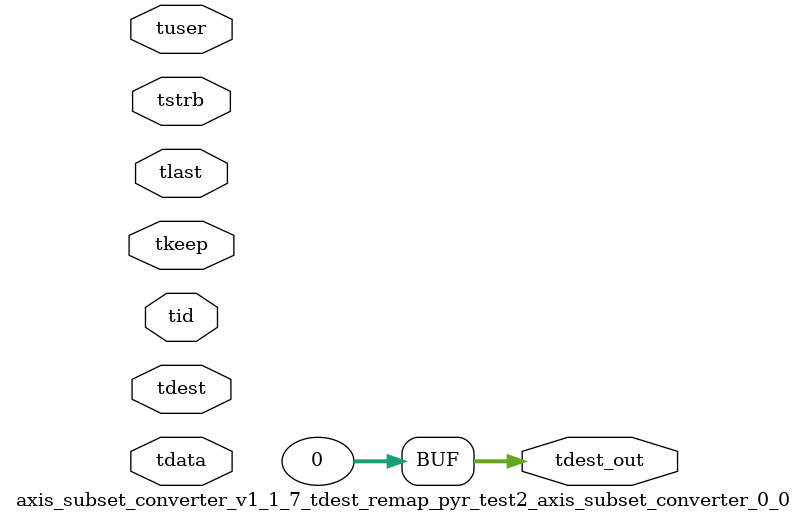
<source format=v>


`timescale 1ps/1ps

module axis_subset_converter_v1_1_7_tdest_remap_pyr_test2_axis_subset_converter_0_0 #
(
parameter C_S_AXIS_TDATA_WIDTH = 32,
parameter C_S_AXIS_TUSER_WIDTH = 0,
parameter C_S_AXIS_TID_WIDTH   = 0,
parameter C_S_AXIS_TDEST_WIDTH = 0,
parameter C_M_AXIS_TDEST_WIDTH = 32
)
(
input  [(C_S_AXIS_TDATA_WIDTH == 0 ? 1 : C_S_AXIS_TDATA_WIDTH)-1:0     ] tdata,
input  [(C_S_AXIS_TUSER_WIDTH == 0 ? 1 : C_S_AXIS_TUSER_WIDTH)-1:0     ] tuser,
input  [(C_S_AXIS_TID_WIDTH   == 0 ? 1 : C_S_AXIS_TID_WIDTH)-1:0       ] tid,
input  [(C_S_AXIS_TDEST_WIDTH == 0 ? 1 : C_S_AXIS_TDEST_WIDTH)-1:0     ] tdest,
input  [(C_S_AXIS_TDATA_WIDTH/8)-1:0 ] tkeep,
input  [(C_S_AXIS_TDATA_WIDTH/8)-1:0 ] tstrb,
input                                                                    tlast,
output [C_M_AXIS_TDEST_WIDTH-1:0] tdest_out
);

assign tdest_out = {1'b0};

endmodule


</source>
